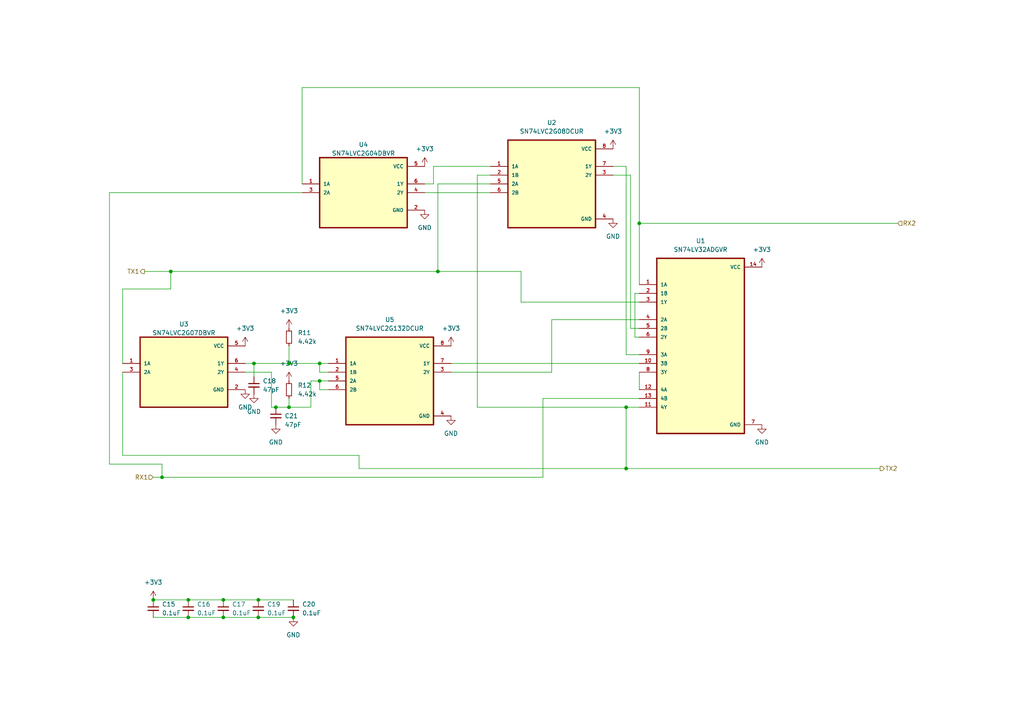
<source format=kicad_sch>
(kicad_sch (version 20230121) (generator eeschema)

  (uuid 68a56713-22f2-4f79-ad08-babf6e4829ff)

  (paper "A4")

  (title_block
    (title "Arbitration")
    (date "2023-03-30")
    (rev "1.0")
  )

  (lib_symbols
    (symbol "Device:C_Small" (pin_numbers hide) (pin_names (offset 0.254) hide) (in_bom yes) (on_board yes)
      (property "Reference" "C" (at 0.254 1.778 0)
        (effects (font (size 1.27 1.27)) (justify left))
      )
      (property "Value" "C_Small" (at 0.254 -2.032 0)
        (effects (font (size 1.27 1.27)) (justify left))
      )
      (property "Footprint" "" (at 0 0 0)
        (effects (font (size 1.27 1.27)) hide)
      )
      (property "Datasheet" "~" (at 0 0 0)
        (effects (font (size 1.27 1.27)) hide)
      )
      (property "ki_keywords" "capacitor cap" (at 0 0 0)
        (effects (font (size 1.27 1.27)) hide)
      )
      (property "ki_description" "Unpolarized capacitor, small symbol" (at 0 0 0)
        (effects (font (size 1.27 1.27)) hide)
      )
      (property "ki_fp_filters" "C_*" (at 0 0 0)
        (effects (font (size 1.27 1.27)) hide)
      )
      (symbol "C_Small_0_1"
        (polyline
          (pts
            (xy -1.524 -0.508)
            (xy 1.524 -0.508)
          )
          (stroke (width 0.3302) (type default))
          (fill (type none))
        )
        (polyline
          (pts
            (xy -1.524 0.508)
            (xy 1.524 0.508)
          )
          (stroke (width 0.3048) (type default))
          (fill (type none))
        )
      )
      (symbol "C_Small_1_1"
        (pin passive line (at 0 2.54 270) (length 2.032)
          (name "~" (effects (font (size 1.27 1.27))))
          (number "1" (effects (font (size 1.27 1.27))))
        )
        (pin passive line (at 0 -2.54 90) (length 2.032)
          (name "~" (effects (font (size 1.27 1.27))))
          (number "2" (effects (font (size 1.27 1.27))))
        )
      )
    )
    (symbol "Device:R_Small" (pin_numbers hide) (pin_names (offset 0.254) hide) (in_bom yes) (on_board yes)
      (property "Reference" "R" (at 0.762 0.508 0)
        (effects (font (size 1.27 1.27)) (justify left))
      )
      (property "Value" "R_Small" (at 0.762 -1.016 0)
        (effects (font (size 1.27 1.27)) (justify left))
      )
      (property "Footprint" "" (at 0 0 0)
        (effects (font (size 1.27 1.27)) hide)
      )
      (property "Datasheet" "~" (at 0 0 0)
        (effects (font (size 1.27 1.27)) hide)
      )
      (property "ki_keywords" "R resistor" (at 0 0 0)
        (effects (font (size 1.27 1.27)) hide)
      )
      (property "ki_description" "Resistor, small symbol" (at 0 0 0)
        (effects (font (size 1.27 1.27)) hide)
      )
      (property "ki_fp_filters" "R_*" (at 0 0 0)
        (effects (font (size 1.27 1.27)) hide)
      )
      (symbol "R_Small_0_1"
        (rectangle (start -0.762 1.778) (end 0.762 -1.778)
          (stroke (width 0.2032) (type default))
          (fill (type none))
        )
      )
      (symbol "R_Small_1_1"
        (pin passive line (at 0 2.54 270) (length 0.762)
          (name "~" (effects (font (size 1.27 1.27))))
          (number "1" (effects (font (size 1.27 1.27))))
        )
        (pin passive line (at 0 -2.54 90) (length 0.762)
          (name "~" (effects (font (size 1.27 1.27))))
          (number "2" (effects (font (size 1.27 1.27))))
        )
      )
    )
    (symbol "iclr:SN74LV32APWR" (pin_names (offset 1.016)) (in_bom yes) (on_board yes)
      (property "Reference" "U" (at -12.7 26.3906 0)
        (effects (font (size 1.27 1.27)) (justify left bottom))
      )
      (property "Value" "SN74LV32APWR" (at -12.7 -29.3878 0)
        (effects (font (size 1.27 1.27)) (justify left bottom))
      )
      (property "Footprint" "SOP65P640X120-14N" (at 0 0 0)
        (effects (font (size 1.27 1.27)) (justify left bottom) hide)
      )
      (property "Datasheet" "" (at 0 0 0)
        (effects (font (size 1.27 1.27)) (justify left bottom) hide)
      )
      (property "ki_locked" "" (at 0 0 0)
        (effects (font (size 1.27 1.27)))
      )
      (symbol "SN74LV32APWR_0_0"
        (rectangle (start -12.7 -25.4) (end 12.7 25.4)
          (stroke (width 0.4064) (type default))
          (fill (type background))
        )
        (pin bidirectional line (at -17.78 17.78 0) (length 5.08)
          (name "1A" (effects (font (size 1.016 1.016))))
          (number "1" (effects (font (size 1.016 1.016))))
        )
        (pin bidirectional line (at -17.78 -5.08 0) (length 5.08)
          (name "3B" (effects (font (size 1.016 1.016))))
          (number "10" (effects (font (size 1.016 1.016))))
        )
        (pin bidirectional line (at -17.78 -17.78 0) (length 5.08)
          (name "4Y" (effects (font (size 1.016 1.016))))
          (number "11" (effects (font (size 1.016 1.016))))
        )
        (pin bidirectional line (at -17.78 -12.7 0) (length 5.08)
          (name "4A" (effects (font (size 1.016 1.016))))
          (number "12" (effects (font (size 1.016 1.016))))
        )
        (pin bidirectional line (at -17.78 -15.24 0) (length 5.08)
          (name "4B" (effects (font (size 1.016 1.016))))
          (number "13" (effects (font (size 1.016 1.016))))
        )
        (pin power_in line (at 17.78 22.86 180) (length 5.08)
          (name "VCC" (effects (font (size 1.016 1.016))))
          (number "14" (effects (font (size 1.016 1.016))))
        )
        (pin bidirectional line (at -17.78 15.24 0) (length 5.08)
          (name "1B" (effects (font (size 1.016 1.016))))
          (number "2" (effects (font (size 1.016 1.016))))
        )
        (pin bidirectional line (at -17.78 12.7 0) (length 5.08)
          (name "1Y" (effects (font (size 1.016 1.016))))
          (number "3" (effects (font (size 1.016 1.016))))
        )
        (pin bidirectional line (at -17.78 7.62 0) (length 5.08)
          (name "2A" (effects (font (size 1.016 1.016))))
          (number "4" (effects (font (size 1.016 1.016))))
        )
        (pin bidirectional line (at -17.78 5.08 0) (length 5.08)
          (name "2B" (effects (font (size 1.016 1.016))))
          (number "5" (effects (font (size 1.016 1.016))))
        )
        (pin bidirectional line (at -17.78 2.54 0) (length 5.08)
          (name "2Y" (effects (font (size 1.016 1.016))))
          (number "6" (effects (font (size 1.016 1.016))))
        )
        (pin power_in line (at 17.78 -22.86 180) (length 5.08)
          (name "GND" (effects (font (size 1.016 1.016))))
          (number "7" (effects (font (size 1.016 1.016))))
        )
        (pin bidirectional line (at -17.78 -7.62 0) (length 5.08)
          (name "3Y" (effects (font (size 1.016 1.016))))
          (number "8" (effects (font (size 1.016 1.016))))
        )
        (pin bidirectional line (at -17.78 -2.54 0) (length 5.08)
          (name "3A" (effects (font (size 1.016 1.016))))
          (number "9" (effects (font (size 1.016 1.016))))
        )
      )
    )
    (symbol "iclr:SN74LVC2G04DBVR" (pin_names (offset 1.016)) (in_bom yes) (on_board yes)
      (property "Reference" "U" (at -12.7 11.1506 0)
        (effects (font (size 1.27 1.27)) (justify left bottom))
      )
      (property "Value" "SN74LVC2G04DBVR" (at -12.7 -14.1478 0)
        (effects (font (size 1.27 1.27)) (justify left bottom))
      )
      (property "Footprint" "SOT95P280X145-6N" (at 0 0 0)
        (effects (font (size 1.27 1.27)) (justify left bottom) hide)
      )
      (property "Datasheet" "" (at 0 0 0)
        (effects (font (size 1.27 1.27)) (justify left bottom) hide)
      )
      (property "ki_locked" "" (at 0 0 0)
        (effects (font (size 1.27 1.27)))
      )
      (symbol "SN74LVC2G04DBVR_0_0"
        (rectangle (start -12.7 -10.16) (end 12.7 10.16)
          (stroke (width 0.4064) (type default))
          (fill (type background))
        )
        (pin input line (at -17.78 2.54 0) (length 5.08)
          (name "1A" (effects (font (size 1.016 1.016))))
          (number "1" (effects (font (size 1.016 1.016))))
        )
        (pin power_in line (at 17.78 -5.08 180) (length 5.08)
          (name "GND" (effects (font (size 1.016 1.016))))
          (number "2" (effects (font (size 1.016 1.016))))
        )
        (pin input line (at -17.78 0 0) (length 5.08)
          (name "2A" (effects (font (size 1.016 1.016))))
          (number "3" (effects (font (size 1.016 1.016))))
        )
        (pin output line (at 17.78 0 180) (length 5.08)
          (name "2Y" (effects (font (size 1.016 1.016))))
          (number "4" (effects (font (size 1.016 1.016))))
        )
        (pin power_in line (at 17.78 7.62 180) (length 5.08)
          (name "VCC" (effects (font (size 1.016 1.016))))
          (number "5" (effects (font (size 1.016 1.016))))
        )
        (pin output line (at 17.78 2.54 180) (length 5.08)
          (name "1Y" (effects (font (size 1.016 1.016))))
          (number "6" (effects (font (size 1.016 1.016))))
        )
      )
    )
    (symbol "iclr:SN74LVC2G07DBVR" (pin_names (offset 1.016)) (in_bom yes) (on_board yes)
      (property "Reference" "U" (at -12.7 11.1506 0)
        (effects (font (size 1.27 1.27)) (justify left bottom))
      )
      (property "Value" "SN74LVC2G07DBVR" (at -12.7 -14.1478 0)
        (effects (font (size 1.27 1.27)) (justify left bottom))
      )
      (property "Footprint" "SOT95P280X145-6N" (at 0 0 0)
        (effects (font (size 1.27 1.27)) (justify left bottom) hide)
      )
      (property "Datasheet" "" (at 0 0 0)
        (effects (font (size 1.27 1.27)) (justify left bottom) hide)
      )
      (property "ki_locked" "" (at 0 0 0)
        (effects (font (size 1.27 1.27)))
      )
      (symbol "SN74LVC2G07DBVR_0_0"
        (rectangle (start -12.7 -10.16) (end 12.7 10.16)
          (stroke (width 0.4064) (type default))
          (fill (type background))
        )
        (pin input line (at -17.78 2.54 0) (length 5.08)
          (name "1A" (effects (font (size 1.016 1.016))))
          (number "1" (effects (font (size 1.016 1.016))))
        )
        (pin power_in line (at 17.78 -5.08 180) (length 5.08)
          (name "GND" (effects (font (size 1.016 1.016))))
          (number "2" (effects (font (size 1.016 1.016))))
        )
        (pin input line (at -17.78 0 0) (length 5.08)
          (name "2A" (effects (font (size 1.016 1.016))))
          (number "3" (effects (font (size 1.016 1.016))))
        )
        (pin output line (at 17.78 0 180) (length 5.08)
          (name "2Y" (effects (font (size 1.016 1.016))))
          (number "4" (effects (font (size 1.016 1.016))))
        )
        (pin power_in line (at 17.78 7.62 180) (length 5.08)
          (name "VCC" (effects (font (size 1.016 1.016))))
          (number "5" (effects (font (size 1.016 1.016))))
        )
        (pin output line (at 17.78 2.54 180) (length 5.08)
          (name "1Y" (effects (font (size 1.016 1.016))))
          (number "6" (effects (font (size 1.016 1.016))))
        )
      )
    )
    (symbol "iclr:SN74LVC2G08DCUR" (pin_names (offset 1.016)) (in_bom yes) (on_board yes)
      (property "Reference" "U" (at -12.7 13.6906 0)
        (effects (font (size 1.27 1.27)) (justify left bottom))
      )
      (property "Value" "SN74LVC2G08DCUR" (at -12.7 -16.6878 0)
        (effects (font (size 1.27 1.27)) (justify left bottom))
      )
      (property "Footprint" "SOP50P310X90-8N" (at -12.7 -19.05 0)
        (effects (font (size 1.27 1.27)) (justify left bottom) hide)
      )
      (property "Datasheet" "" (at 0 0 0)
        (effects (font (size 1.27 1.27)) (justify left bottom) hide)
      )
      (property "ki_locked" "" (at 0 0 0)
        (effects (font (size 1.27 1.27)))
      )
      (symbol "SN74LVC2G08DCUR_0_0"
        (rectangle (start -12.7 -12.7) (end 12.7 12.7)
          (stroke (width 0.4064) (type default))
          (fill (type background))
        )
        (pin input line (at -17.78 5.08 0) (length 5.08)
          (name "1A" (effects (font (size 1.016 1.016))))
          (number "1" (effects (font (size 1.016 1.016))))
        )
        (pin input line (at -17.78 2.54 0) (length 5.08)
          (name "1B" (effects (font (size 1.016 1.016))))
          (number "2" (effects (font (size 1.016 1.016))))
        )
        (pin output line (at 17.78 2.54 180) (length 5.08)
          (name "2Y" (effects (font (size 1.016 1.016))))
          (number "3" (effects (font (size 1.016 1.016))))
        )
        (pin power_in line (at 17.78 -10.16 180) (length 5.08)
          (name "GND" (effects (font (size 1.016 1.016))))
          (number "4" (effects (font (size 1.016 1.016))))
        )
        (pin input line (at -17.78 0 0) (length 5.08)
          (name "2A" (effects (font (size 1.016 1.016))))
          (number "5" (effects (font (size 1.016 1.016))))
        )
        (pin input line (at -17.78 -2.54 0) (length 5.08)
          (name "2B" (effects (font (size 1.016 1.016))))
          (number "6" (effects (font (size 1.016 1.016))))
        )
        (pin output line (at 17.78 5.08 180) (length 5.08)
          (name "1Y" (effects (font (size 1.016 1.016))))
          (number "7" (effects (font (size 1.016 1.016))))
        )
        (pin power_in line (at 17.78 10.16 180) (length 5.08)
          (name "VCC" (effects (font (size 1.016 1.016))))
          (number "8" (effects (font (size 1.016 1.016))))
        )
      )
    )
    (symbol "iclr:SN74LVC2G132DCUR" (pin_names (offset 1.016)) (in_bom yes) (on_board yes)
      (property "Reference" "U" (at -12.7 13.6906 0)
        (effects (font (size 1.27 1.27)) (justify left bottom))
      )
      (property "Value" "SN74LVC2G132DCUR" (at -12.7 -16.6878 0)
        (effects (font (size 1.27 1.27)) (justify left bottom))
      )
      (property "Footprint" "SOP50P310X90-8N" (at 0 0 0)
        (effects (font (size 1.27 1.27)) (justify left bottom) hide)
      )
      (property "Datasheet" "" (at 0 0 0)
        (effects (font (size 1.27 1.27)) (justify left bottom) hide)
      )
      (property "ki_locked" "" (at 0 0 0)
        (effects (font (size 1.27 1.27)))
      )
      (symbol "SN74LVC2G132DCUR_0_0"
        (rectangle (start -12.7 -12.7) (end 12.7 12.7)
          (stroke (width 0.4064) (type default))
          (fill (type background))
        )
        (pin input line (at -17.78 5.08 0) (length 5.08)
          (name "1A" (effects (font (size 1.016 1.016))))
          (number "1" (effects (font (size 1.016 1.016))))
        )
        (pin input line (at -17.78 2.54 0) (length 5.08)
          (name "1B" (effects (font (size 1.016 1.016))))
          (number "2" (effects (font (size 1.016 1.016))))
        )
        (pin output line (at 17.78 2.54 180) (length 5.08)
          (name "2Y" (effects (font (size 1.016 1.016))))
          (number "3" (effects (font (size 1.016 1.016))))
        )
        (pin power_in line (at 17.78 -10.16 180) (length 5.08)
          (name "GND" (effects (font (size 1.016 1.016))))
          (number "4" (effects (font (size 1.016 1.016))))
        )
        (pin input line (at -17.78 0 0) (length 5.08)
          (name "2A" (effects (font (size 1.016 1.016))))
          (number "5" (effects (font (size 1.016 1.016))))
        )
        (pin input line (at -17.78 -2.54 0) (length 5.08)
          (name "2B" (effects (font (size 1.016 1.016))))
          (number "6" (effects (font (size 1.016 1.016))))
        )
        (pin output line (at 17.78 5.08 180) (length 5.08)
          (name "1Y" (effects (font (size 1.016 1.016))))
          (number "7" (effects (font (size 1.016 1.016))))
        )
        (pin power_in line (at 17.78 10.16 180) (length 5.08)
          (name "VCC" (effects (font (size 1.016 1.016))))
          (number "8" (effects (font (size 1.016 1.016))))
        )
      )
    )
    (symbol "power:+3.3V" (power) (pin_names (offset 0)) (in_bom yes) (on_board yes)
      (property "Reference" "#PWR" (at 0 -3.81 0)
        (effects (font (size 1.27 1.27)) hide)
      )
      (property "Value" "+3.3V" (at 0 3.556 0)
        (effects (font (size 1.27 1.27)))
      )
      (property "Footprint" "" (at 0 0 0)
        (effects (font (size 1.27 1.27)) hide)
      )
      (property "Datasheet" "" (at 0 0 0)
        (effects (font (size 1.27 1.27)) hide)
      )
      (property "ki_keywords" "power-flag" (at 0 0 0)
        (effects (font (size 1.27 1.27)) hide)
      )
      (property "ki_description" "Power symbol creates a global label with name \"+3.3V\"" (at 0 0 0)
        (effects (font (size 1.27 1.27)) hide)
      )
      (symbol "+3.3V_0_1"
        (polyline
          (pts
            (xy -0.762 1.27)
            (xy 0 2.54)
          )
          (stroke (width 0) (type default))
          (fill (type none))
        )
        (polyline
          (pts
            (xy 0 0)
            (xy 0 2.54)
          )
          (stroke (width 0) (type default))
          (fill (type none))
        )
        (polyline
          (pts
            (xy 0 2.54)
            (xy 0.762 1.27)
          )
          (stroke (width 0) (type default))
          (fill (type none))
        )
      )
      (symbol "+3.3V_1_1"
        (pin power_in line (at 0 0 90) (length 0) hide
          (name "+3V3" (effects (font (size 1.27 1.27))))
          (number "1" (effects (font (size 1.27 1.27))))
        )
      )
    )
    (symbol "power:GND" (power) (pin_names (offset 0)) (in_bom yes) (on_board yes)
      (property "Reference" "#PWR" (at 0 -6.35 0)
        (effects (font (size 1.27 1.27)) hide)
      )
      (property "Value" "GND" (at 0 -3.81 0)
        (effects (font (size 1.27 1.27)))
      )
      (property "Footprint" "" (at 0 0 0)
        (effects (font (size 1.27 1.27)) hide)
      )
      (property "Datasheet" "" (at 0 0 0)
        (effects (font (size 1.27 1.27)) hide)
      )
      (property "ki_keywords" "power-flag" (at 0 0 0)
        (effects (font (size 1.27 1.27)) hide)
      )
      (property "ki_description" "Power symbol creates a global label with name \"GND\" , ground" (at 0 0 0)
        (effects (font (size 1.27 1.27)) hide)
      )
      (symbol "GND_0_1"
        (polyline
          (pts
            (xy 0 0)
            (xy 0 -1.27)
            (xy 1.27 -1.27)
            (xy 0 -2.54)
            (xy -1.27 -1.27)
            (xy 0 -1.27)
          )
          (stroke (width 0) (type default))
          (fill (type none))
        )
      )
      (symbol "GND_1_1"
        (pin power_in line (at 0 0 270) (length 0) hide
          (name "GND" (effects (font (size 1.27 1.27))))
          (number "1" (effects (font (size 1.27 1.27))))
        )
      )
    )
  )

  (junction (at 181.61 118.11) (diameter 0) (color 0 0 0 0)
    (uuid 03aec50f-fe34-44a7-9dce-c6d8289fdc0e)
  )
  (junction (at 181.61 135.89) (diameter 0) (color 0 0 0 0)
    (uuid 0a5992e7-4343-408b-bf65-6d30104a9e33)
  )
  (junction (at 83.82 105.41) (diameter 0) (color 0 0 0 0)
    (uuid 0d16b058-83a7-415d-9b6b-2bf2c4edd028)
  )
  (junction (at 49.53 78.74) (diameter 0) (color 0 0 0 0)
    (uuid 14e2b393-392b-4172-862a-660d0ce475ae)
  )
  (junction (at 54.61 173.99) (diameter 0) (color 0 0 0 0)
    (uuid 1e9e1b1d-1e32-424a-be80-bcace20eb032)
  )
  (junction (at 74.93 173.99) (diameter 0) (color 0 0 0 0)
    (uuid 2206f756-c23c-471a-ad37-c838879f0e10)
  )
  (junction (at 83.82 118.11) (diameter 0) (color 0 0 0 0)
    (uuid 29bcb950-239c-4c78-9e5b-4081846b48ef)
  )
  (junction (at 64.77 179.07) (diameter 0) (color 0 0 0 0)
    (uuid 2c2abe16-fd16-48d4-900b-a20803dd77d9)
  )
  (junction (at 85.09 179.07) (diameter 0) (color 0 0 0 0)
    (uuid 355532ec-e88b-488f-b2f1-4b36cba84f7e)
  )
  (junction (at 64.77 173.99) (diameter 0) (color 0 0 0 0)
    (uuid 3c86ff32-b1da-49e0-a889-969433918b8f)
  )
  (junction (at 54.61 179.07) (diameter 0) (color 0 0 0 0)
    (uuid 44db59a1-a2a6-4c54-96fa-8b27fe0ca457)
  )
  (junction (at 74.93 179.07) (diameter 0) (color 0 0 0 0)
    (uuid 464cc5e3-7bd6-4b5d-808f-707391dc5a10)
  )
  (junction (at 80.01 118.11) (diameter 0) (color 0 0 0 0)
    (uuid 4ebde7d9-0160-44a7-b623-8a6e5fc6b597)
  )
  (junction (at 92.71 105.41) (diameter 0) (color 0 0 0 0)
    (uuid 5d44156e-2c4e-44e4-84e2-b757f4843d33)
  )
  (junction (at 185.42 64.77) (diameter 0) (color 0 0 0 0)
    (uuid 7155bb71-73f7-4e82-b536-e51ecda74012)
  )
  (junction (at 73.66 105.41) (diameter 0) (color 0 0 0 0)
    (uuid 74023df1-922b-4919-b29c-4b57d5a8d02b)
  )
  (junction (at 127 78.74) (diameter 0) (color 0 0 0 0)
    (uuid 88f4ebe1-c13d-4141-8a61-10326161120d)
  )
  (junction (at 44.45 173.99) (diameter 0) (color 0 0 0 0)
    (uuid cce416ff-081b-47f5-922d-12bd97d4e11e)
  )
  (junction (at 46.99 138.43) (diameter 0) (color 0 0 0 0)
    (uuid d6f397e2-2467-4c47-b56c-b54951e4ecc8)
  )
  (junction (at 92.71 110.49) (diameter 0) (color 0 0 0 0)
    (uuid fe03a7b0-eb27-4f22-9f09-86f47bbaf420)
  )

  (wire (pts (xy 185.42 107.95) (xy 185.42 113.03))
    (stroke (width 0) (type default))
    (uuid 01537af8-d717-4e2a-8bec-a1e2ea815a52)
  )
  (wire (pts (xy 78.74 107.95) (xy 78.74 118.11))
    (stroke (width 0) (type default))
    (uuid 04d03ccf-6e6f-4d43-a83e-94fe926e3ae5)
  )
  (wire (pts (xy 127 78.74) (xy 151.13 78.74))
    (stroke (width 0) (type default))
    (uuid 0b52f11f-9559-4161-8b2d-8b6ff85498e3)
  )
  (wire (pts (xy 181.61 48.26) (xy 181.61 102.87))
    (stroke (width 0) (type default))
    (uuid 0b7fb007-b1f4-4028-9465-53ecf88aefd8)
  )
  (wire (pts (xy 92.71 110.49) (xy 92.71 113.03))
    (stroke (width 0) (type default))
    (uuid 0c165400-eb6c-4118-ab8e-007e744df6a4)
  )
  (wire (pts (xy 83.82 100.33) (xy 83.82 105.41))
    (stroke (width 0) (type default))
    (uuid 1480a9a3-c3c2-4fda-8038-6c56aae43ba7)
  )
  (wire (pts (xy 185.42 25.4) (xy 185.42 64.77))
    (stroke (width 0) (type default))
    (uuid 1884f2f9-9e99-47f6-93fc-eb470929f9c8)
  )
  (wire (pts (xy 87.63 25.4) (xy 87.63 53.34))
    (stroke (width 0) (type default))
    (uuid 194b0ade-ce32-4140-a6a5-8f09966950c8)
  )
  (wire (pts (xy 83.82 105.41) (xy 92.71 105.41))
    (stroke (width 0) (type default))
    (uuid 1afb1510-6546-4eda-b53d-41a1dcb16199)
  )
  (wire (pts (xy 123.19 55.88) (xy 142.24 55.88))
    (stroke (width 0) (type default))
    (uuid 1b46f820-b16e-4523-8aca-53b9b475bba9)
  )
  (wire (pts (xy 90.17 110.49) (xy 92.71 110.49))
    (stroke (width 0) (type default))
    (uuid 1e0ec13d-c070-401d-8a33-9e1ff922fa73)
  )
  (wire (pts (xy 181.61 135.89) (xy 104.14 135.89))
    (stroke (width 0) (type default))
    (uuid 20d528ca-241d-46d4-8803-f2ad81e612cd)
  )
  (wire (pts (xy 95.25 107.95) (xy 92.71 107.95))
    (stroke (width 0) (type default))
    (uuid 223b04e8-40ea-4e7c-a2bb-67f20935b256)
  )
  (wire (pts (xy 73.66 105.41) (xy 83.82 105.41))
    (stroke (width 0) (type default))
    (uuid 2408f6ea-b531-479f-8819-1021bb968256)
  )
  (wire (pts (xy 87.63 55.88) (xy 31.75 55.88))
    (stroke (width 0) (type default))
    (uuid 2e6d7c0b-3348-4ac6-a801-ac1eeec4e3e1)
  )
  (wire (pts (xy 44.45 173.99) (xy 54.61 173.99))
    (stroke (width 0) (type default))
    (uuid 2e77fa41-b5dc-4a74-954c-9bdc6baab0af)
  )
  (wire (pts (xy 182.88 50.8) (xy 182.88 95.25))
    (stroke (width 0) (type default))
    (uuid 2efdf569-c49d-42c9-9de2-842d3475a171)
  )
  (wire (pts (xy 142.24 50.8) (xy 138.43 50.8))
    (stroke (width 0) (type default))
    (uuid 3af74145-a542-446c-8c77-334375382d81)
  )
  (wire (pts (xy 54.61 179.07) (xy 64.77 179.07))
    (stroke (width 0) (type default))
    (uuid 3d32878f-640a-40ff-9277-c886afdc7eec)
  )
  (wire (pts (xy 74.93 179.07) (xy 85.09 179.07))
    (stroke (width 0) (type default))
    (uuid 3d3b24f7-f9be-439f-ae35-ea12ea92e673)
  )
  (wire (pts (xy 31.75 134.62) (xy 46.99 134.62))
    (stroke (width 0) (type default))
    (uuid 3d81a5a1-5da3-4489-9a8a-aaab311fb21f)
  )
  (wire (pts (xy 46.99 134.62) (xy 46.99 138.43))
    (stroke (width 0) (type default))
    (uuid 42f98b30-e0a1-4348-a366-4cf3b9c55073)
  )
  (wire (pts (xy 151.13 87.63) (xy 185.42 87.63))
    (stroke (width 0) (type default))
    (uuid 4509af53-43b5-4316-9a9b-37470cf88277)
  )
  (wire (pts (xy 44.45 179.07) (xy 54.61 179.07))
    (stroke (width 0) (type default))
    (uuid 482967d6-e411-408e-9e65-fc26c6781bae)
  )
  (wire (pts (xy 92.71 107.95) (xy 92.71 105.41))
    (stroke (width 0) (type default))
    (uuid 48d65fc0-1ac1-44ba-b582-d13616a53f5f)
  )
  (wire (pts (xy 92.71 110.49) (xy 95.25 110.49))
    (stroke (width 0) (type default))
    (uuid 4a80caec-2a8c-495d-b6e3-4ecdccad1473)
  )
  (wire (pts (xy 125.73 48.26) (xy 142.24 48.26))
    (stroke (width 0) (type default))
    (uuid 4f1575cd-9df7-4a9a-947e-1c51a3365db8)
  )
  (wire (pts (xy 104.14 132.08) (xy 35.56 132.08))
    (stroke (width 0) (type default))
    (uuid 5b2a9b8d-cf01-4d64-be21-3660ab4781bc)
  )
  (wire (pts (xy 74.93 173.99) (xy 85.09 173.99))
    (stroke (width 0) (type default))
    (uuid 5cf911a8-59cd-4e14-b00e-efd585759a97)
  )
  (wire (pts (xy 64.77 179.07) (xy 74.93 179.07))
    (stroke (width 0) (type default))
    (uuid 63ad96d3-948b-4621-8db3-66b6aca84227)
  )
  (wire (pts (xy 54.61 173.99) (xy 64.77 173.99))
    (stroke (width 0) (type default))
    (uuid 6badf3bd-7cb9-48a5-9fc9-7e87b5fcd14b)
  )
  (wire (pts (xy 138.43 50.8) (xy 138.43 118.11))
    (stroke (width 0) (type default))
    (uuid 7281335f-b70f-437c-818b-9f20564b0909)
  )
  (wire (pts (xy 260.35 64.77) (xy 185.42 64.77))
    (stroke (width 0) (type default))
    (uuid 7640d25f-05ed-4687-8337-39b6f1e8f871)
  )
  (wire (pts (xy 127 53.34) (xy 142.24 53.34))
    (stroke (width 0) (type default))
    (uuid 79229858-6cc5-4a26-b93f-43855588aeb7)
  )
  (wire (pts (xy 92.71 113.03) (xy 95.25 113.03))
    (stroke (width 0) (type default))
    (uuid 81d95dfa-5a54-44fc-a0af-23e4ea198ade)
  )
  (wire (pts (xy 78.74 118.11) (xy 80.01 118.11))
    (stroke (width 0) (type default))
    (uuid 8581f33f-d3a1-458a-99a8-34fcffb3b4e2)
  )
  (wire (pts (xy 104.14 135.89) (xy 104.14 132.08))
    (stroke (width 0) (type default))
    (uuid 88123e2e-d771-44e6-b8d7-d28e8cb0291b)
  )
  (wire (pts (xy 83.82 118.11) (xy 90.17 118.11))
    (stroke (width 0) (type default))
    (uuid 88d60738-99aa-4be6-a83c-86c1cbaee8e7)
  )
  (wire (pts (xy 90.17 118.11) (xy 90.17 110.49))
    (stroke (width 0) (type default))
    (uuid 8a3a357d-2783-4778-b6c9-f7a2b388a72d)
  )
  (wire (pts (xy 138.43 118.11) (xy 181.61 118.11))
    (stroke (width 0) (type default))
    (uuid 91a5b237-82c1-41e2-995e-82253f850a6f)
  )
  (wire (pts (xy 185.42 64.77) (xy 185.42 82.55))
    (stroke (width 0) (type default))
    (uuid 945d47af-d960-4b3b-a74a-4317c9add362)
  )
  (wire (pts (xy 49.53 83.82) (xy 49.53 78.74))
    (stroke (width 0) (type default))
    (uuid 97291bb5-2d50-49b9-9181-c1fd6d0b6078)
  )
  (wire (pts (xy 41.91 78.74) (xy 49.53 78.74))
    (stroke (width 0) (type default))
    (uuid 974da820-1edb-429a-84be-9bf691d43681)
  )
  (wire (pts (xy 157.48 115.57) (xy 185.42 115.57))
    (stroke (width 0) (type default))
    (uuid 992e15d5-9467-4fef-be89-76fc15fe247f)
  )
  (wire (pts (xy 35.56 132.08) (xy 35.56 107.95))
    (stroke (width 0) (type default))
    (uuid 9c7f22b6-31c3-485e-9ad4-60d3281b7711)
  )
  (wire (pts (xy 157.48 138.43) (xy 157.48 115.57))
    (stroke (width 0) (type default))
    (uuid 9ca474e3-ff0b-4b11-b8ae-712e1173b8c2)
  )
  (wire (pts (xy 182.88 95.25) (xy 185.42 95.25))
    (stroke (width 0) (type default))
    (uuid a3ba81ae-7e23-41ce-88a5-8bf0b3d68ca8)
  )
  (wire (pts (xy 35.56 105.41) (xy 35.56 83.82))
    (stroke (width 0) (type default))
    (uuid a560a7bf-aee6-4c97-9be0-9a09a5a9bff2)
  )
  (wire (pts (xy 64.77 173.99) (xy 74.93 173.99))
    (stroke (width 0) (type default))
    (uuid a763ff6d-e22f-404a-aeee-7906f16f2910)
  )
  (wire (pts (xy 71.12 105.41) (xy 73.66 105.41))
    (stroke (width 0) (type default))
    (uuid a7b17c5f-1e3f-439b-9e99-390c3e62c286)
  )
  (wire (pts (xy 160.02 92.71) (xy 185.42 92.71))
    (stroke (width 0) (type default))
    (uuid a936a5ec-fca6-49be-8e84-57eec2059aaf)
  )
  (wire (pts (xy 151.13 78.74) (xy 151.13 87.63))
    (stroke (width 0) (type default))
    (uuid b16bcf26-c2b5-4c1e-a018-18cd2b334f79)
  )
  (wire (pts (xy 87.63 25.4) (xy 185.42 25.4))
    (stroke (width 0) (type default))
    (uuid b28bb2d9-caca-4dc9-89d7-4f2fa2696164)
  )
  (wire (pts (xy 181.61 118.11) (xy 185.42 118.11))
    (stroke (width 0) (type default))
    (uuid b3cfe0cb-6830-4559-af79-05c08e567279)
  )
  (wire (pts (xy 177.8 48.26) (xy 181.61 48.26))
    (stroke (width 0) (type default))
    (uuid b7a9f81b-cd7b-4966-b0d0-2bf124b0ba50)
  )
  (wire (pts (xy 49.53 78.74) (xy 127 78.74))
    (stroke (width 0) (type default))
    (uuid bd9f3105-3826-41c7-ac5d-ccbcbaee9cf3)
  )
  (wire (pts (xy 130.81 105.41) (xy 185.42 105.41))
    (stroke (width 0) (type default))
    (uuid c21ffed3-2026-4fa1-ad79-ce701b2f2e50)
  )
  (wire (pts (xy 184.15 85.09) (xy 185.42 85.09))
    (stroke (width 0) (type default))
    (uuid c391d7d6-57b7-4c2e-8f4e-a21dbe1660a3)
  )
  (wire (pts (xy 46.99 138.43) (xy 157.48 138.43))
    (stroke (width 0) (type default))
    (uuid c58a8dc8-e7c5-4e42-909d-9c4d4d6d8e73)
  )
  (wire (pts (xy 83.82 118.11) (xy 80.01 118.11))
    (stroke (width 0) (type default))
    (uuid ce7c4280-372b-4b2f-8f0c-5226fb4b05f6)
  )
  (wire (pts (xy 44.45 138.43) (xy 46.99 138.43))
    (stroke (width 0) (type default))
    (uuid cf2d3b96-f227-4532-9bc7-49c47254687c)
  )
  (wire (pts (xy 185.42 97.79) (xy 184.15 97.79))
    (stroke (width 0) (type default))
    (uuid cf4c9197-1709-4852-b5d6-76ff56cc8a9e)
  )
  (wire (pts (xy 35.56 83.82) (xy 49.53 83.82))
    (stroke (width 0) (type default))
    (uuid cfb267e6-e203-41d2-a7f0-9729dc7b365c)
  )
  (wire (pts (xy 83.82 115.57) (xy 83.82 118.11))
    (stroke (width 0) (type default))
    (uuid d0f09085-e233-427d-ba25-3179c165a67e)
  )
  (wire (pts (xy 184.15 97.79) (xy 184.15 85.09))
    (stroke (width 0) (type default))
    (uuid d2b7ede2-a4b6-4544-b72f-2265f1094365)
  )
  (wire (pts (xy 177.8 50.8) (xy 182.88 50.8))
    (stroke (width 0) (type default))
    (uuid d5587fc8-e06f-4888-ba0e-c7c02fd2fa18)
  )
  (wire (pts (xy 181.61 102.87) (xy 185.42 102.87))
    (stroke (width 0) (type default))
    (uuid d693cdca-e9fe-4bf7-8f21-199804d7ccc9)
  )
  (wire (pts (xy 160.02 107.95) (xy 160.02 92.71))
    (stroke (width 0) (type default))
    (uuid da07ae7b-f04d-46f4-a6e7-a1a3f90ea46b)
  )
  (wire (pts (xy 92.71 105.41) (xy 95.25 105.41))
    (stroke (width 0) (type default))
    (uuid dbf7b86a-36ae-4b83-a0ea-49fb286de945)
  )
  (wire (pts (xy 31.75 55.88) (xy 31.75 134.62))
    (stroke (width 0) (type default))
    (uuid df317497-d487-47fb-a8b9-5205e4fdd6cb)
  )
  (wire (pts (xy 130.81 107.95) (xy 160.02 107.95))
    (stroke (width 0) (type default))
    (uuid e2d40585-1fe4-4d90-813c-c45146df6bc1)
  )
  (wire (pts (xy 123.19 53.34) (xy 125.73 53.34))
    (stroke (width 0) (type default))
    (uuid e4c2f325-c684-4a63-aa38-a16b6b731e64)
  )
  (wire (pts (xy 71.12 107.95) (xy 78.74 107.95))
    (stroke (width 0) (type default))
    (uuid e705ce28-d3cb-4188-a02c-618e5666a30d)
  )
  (wire (pts (xy 127 78.74) (xy 127 53.34))
    (stroke (width 0) (type default))
    (uuid e8731543-29b7-4c22-8d07-4056815d388b)
  )
  (wire (pts (xy 181.61 118.11) (xy 181.61 135.89))
    (stroke (width 0) (type default))
    (uuid ee2e3906-815b-417a-b8bc-166739ece37a)
  )
  (wire (pts (xy 73.66 105.41) (xy 73.66 109.22))
    (stroke (width 0) (type default))
    (uuid f472d64b-b0b6-44d9-93fd-9ace698920f6)
  )
  (wire (pts (xy 181.61 135.89) (xy 255.27 135.89))
    (stroke (width 0) (type default))
    (uuid f5dd4a6d-8f81-458a-9712-e75bd5fcb3b5)
  )
  (wire (pts (xy 125.73 53.34) (xy 125.73 48.26))
    (stroke (width 0) (type default))
    (uuid fd8c0cbf-15bb-4922-aca6-f8e02e744c03)
  )

  (hierarchical_label "TX1" (shape output) (at 41.91 78.74 180) (fields_autoplaced)
    (effects (font (size 1.27 1.27)) (justify right))
    (uuid 29542bd9-09da-408c-af9c-3a12ada58e7d)
  )
  (hierarchical_label "TX2" (shape output) (at 255.27 135.89 0) (fields_autoplaced)
    (effects (font (size 1.27 1.27)) (justify left))
    (uuid 4c04b357-5a40-40e5-83d0-da110aaa6b66)
  )
  (hierarchical_label "RX1" (shape input) (at 44.45 138.43 180) (fields_autoplaced)
    (effects (font (size 1.27 1.27)) (justify right))
    (uuid 9fc9130c-106c-4266-9d03-e9f8f67f32fc)
  )
  (hierarchical_label "RX2" (shape input) (at 260.35 64.77 0) (fields_autoplaced)
    (effects (font (size 1.27 1.27)) (justify left))
    (uuid f58070a6-00df-4244-8883-326904a3283a)
  )

  (symbol (lib_id "power:GND") (at 177.8 63.5 0) (unit 1)
    (in_bom yes) (on_board yes) (dnp no) (fields_autoplaced)
    (uuid 01193c5b-eed9-4a79-b312-701f4f08bac3)
    (property "Reference" "#PWR0131" (at 177.8 69.85 0)
      (effects (font (size 1.27 1.27)) hide)
    )
    (property "Value" "GND" (at 177.8 68.58 0)
      (effects (font (size 1.27 1.27)))
    )
    (property "Footprint" "" (at 177.8 63.5 0)
      (effects (font (size 1.27 1.27)) hide)
    )
    (property "Datasheet" "" (at 177.8 63.5 0)
      (effects (font (size 1.27 1.27)) hide)
    )
    (pin "1" (uuid b5ad719b-95d5-4cac-a616-2b7dd04c6bba))
    (instances
      (project "CANRepIso"
        (path "/e63e39d7-6ac0-4ffd-8aa3-1841a4541b55/064551d8-cdc6-4bdc-927e-17ec5c5b634c"
          (reference "#PWR0131") (unit 1)
        )
      )
    )
  )

  (symbol (lib_id "power:+3.3V") (at 177.8 43.18 0) (unit 1)
    (in_bom yes) (on_board yes) (dnp no) (fields_autoplaced)
    (uuid 035ea0ca-09f0-47d6-8803-a4d3d340ae9a)
    (property "Reference" "#PWR0133" (at 177.8 46.99 0)
      (effects (font (size 1.27 1.27)) hide)
    )
    (property "Value" "+3.3V" (at 177.8 38.1 0)
      (effects (font (size 1.27 1.27)))
    )
    (property "Footprint" "" (at 177.8 43.18 0)
      (effects (font (size 1.27 1.27)) hide)
    )
    (property "Datasheet" "" (at 177.8 43.18 0)
      (effects (font (size 1.27 1.27)) hide)
    )
    (pin "1" (uuid 1aa4f967-ebce-4cff-ba61-dae1675d4850))
    (instances
      (project "CANRepIso"
        (path "/e63e39d7-6ac0-4ffd-8aa3-1841a4541b55/064551d8-cdc6-4bdc-927e-17ec5c5b634c"
          (reference "#PWR0133") (unit 1)
        )
      )
    )
  )

  (symbol (lib_id "power:GND") (at 130.81 120.65 0) (unit 1)
    (in_bom yes) (on_board yes) (dnp no) (fields_autoplaced)
    (uuid 0cbd8c85-71c6-41f5-9331-d4276753fb4a)
    (property "Reference" "#PWR0129" (at 130.81 127 0)
      (effects (font (size 1.27 1.27)) hide)
    )
    (property "Value" "GND" (at 130.81 125.73 0)
      (effects (font (size 1.27 1.27)))
    )
    (property "Footprint" "" (at 130.81 120.65 0)
      (effects (font (size 1.27 1.27)) hide)
    )
    (property "Datasheet" "" (at 130.81 120.65 0)
      (effects (font (size 1.27 1.27)) hide)
    )
    (pin "1" (uuid 39624ef4-4e4a-4003-b785-64e7147f74ad))
    (instances
      (project "CANRepIso"
        (path "/e63e39d7-6ac0-4ffd-8aa3-1841a4541b55/064551d8-cdc6-4bdc-927e-17ec5c5b634c"
          (reference "#PWR0129") (unit 1)
        )
      )
    )
  )

  (symbol (lib_id "power:+3.3V") (at 83.82 95.25 0) (unit 1)
    (in_bom yes) (on_board yes) (dnp no) (fields_autoplaced)
    (uuid 128f895e-c5fb-4e70-b1e6-213bf4fd4522)
    (property "Reference" "#PWR0130" (at 83.82 99.06 0)
      (effects (font (size 1.27 1.27)) hide)
    )
    (property "Value" "+3.3V" (at 83.82 90.17 0)
      (effects (font (size 1.27 1.27)))
    )
    (property "Footprint" "" (at 83.82 95.25 0)
      (effects (font (size 1.27 1.27)) hide)
    )
    (property "Datasheet" "" (at 83.82 95.25 0)
      (effects (font (size 1.27 1.27)) hide)
    )
    (pin "1" (uuid a3d4cb0f-d247-44c5-a902-905c34f8fce4))
    (instances
      (project "CANRepIso"
        (path "/e63e39d7-6ac0-4ffd-8aa3-1841a4541b55/064551d8-cdc6-4bdc-927e-17ec5c5b634c"
          (reference "#PWR0130") (unit 1)
        )
      )
    )
  )

  (symbol (lib_id "Device:C_Small") (at 85.09 176.53 0) (unit 1)
    (in_bom yes) (on_board yes) (dnp no) (fields_autoplaced)
    (uuid 13b5c201-506a-47f6-84db-68106a1d1072)
    (property "Reference" "C20" (at 87.63 175.2662 0)
      (effects (font (size 1.27 1.27)) (justify left))
    )
    (property "Value" "0.1uF" (at 87.63 177.8062 0)
      (effects (font (size 1.27 1.27)) (justify left))
    )
    (property "Footprint" "Capacitor_SMD:C_0402_1005Metric" (at 85.09 176.53 0)
      (effects (font (size 1.27 1.27)) hide)
    )
    (property "Datasheet" "~" (at 85.09 176.53 0)
      (effects (font (size 1.27 1.27)) hide)
    )
    (pin "1" (uuid 9be08a7f-21f0-4f09-979f-fc4d242ebb25))
    (pin "2" (uuid 5d498141-77e1-4c97-ae37-f59afd440b09))
    (instances
      (project "CANRepIso"
        (path "/e63e39d7-6ac0-4ffd-8aa3-1841a4541b55/064551d8-cdc6-4bdc-927e-17ec5c5b634c"
          (reference "C20") (unit 1)
        )
      )
    )
  )

  (symbol (lib_id "power:+3.3V") (at 130.81 100.33 0) (unit 1)
    (in_bom yes) (on_board yes) (dnp no) (fields_autoplaced)
    (uuid 16c7f07c-9aba-4d92-a67b-ae9923498bec)
    (property "Reference" "#PWR0127" (at 130.81 104.14 0)
      (effects (font (size 1.27 1.27)) hide)
    )
    (property "Value" "+3.3V" (at 130.81 95.25 0)
      (effects (font (size 1.27 1.27)))
    )
    (property "Footprint" "" (at 130.81 100.33 0)
      (effects (font (size 1.27 1.27)) hide)
    )
    (property "Datasheet" "" (at 130.81 100.33 0)
      (effects (font (size 1.27 1.27)) hide)
    )
    (pin "1" (uuid f1a3f831-bb64-4402-9c7a-041f5db42879))
    (instances
      (project "CANRepIso"
        (path "/e63e39d7-6ac0-4ffd-8aa3-1841a4541b55/064551d8-cdc6-4bdc-927e-17ec5c5b634c"
          (reference "#PWR0127") (unit 1)
        )
      )
    )
  )

  (symbol (lib_id "iclr:SN74LV32APWR") (at 203.2 100.33 0) (unit 1)
    (in_bom yes) (on_board yes) (dnp no)
    (uuid 17630472-d25a-4dd5-80e1-b8d1cb58fea6)
    (property "Reference" "U1" (at 203.2 69.85 0)
      (effects (font (size 1.27 1.27)))
    )
    (property "Value" "SN74LV32ADGVR" (at 203.2 72.3869 0)
      (effects (font (size 1.27 1.27)))
    )
    (property "Footprint" "iclr:SOP40P640X120-14N" (at 203.2 100.33 0)
      (effects (font (size 1.27 1.27)) (justify left bottom) hide)
    )
    (property "Datasheet" "" (at 203.2 100.33 0)
      (effects (font (size 1.27 1.27)) (justify left bottom) hide)
    )
    (pin "1" (uuid 5a545b35-7bdf-47e6-a456-430566d693dd))
    (pin "10" (uuid 17eaf7ab-a300-442a-8ee0-2bd59c9511fb))
    (pin "11" (uuid 5156448e-0bf9-4ae8-a942-496877ab9e3f))
    (pin "12" (uuid 2eddbc7c-92bb-4b5a-b2b9-3ee1da0c92f7))
    (pin "13" (uuid e21c3568-b1a1-45b7-8ff2-d3a87b7d6b6c))
    (pin "14" (uuid ecc7d787-469f-4cb5-a9fd-3e221deab42b))
    (pin "2" (uuid 540cab02-374c-4707-aa29-8c6842806de4))
    (pin "3" (uuid b413a2e9-a280-422b-8e6e-7304a8d8ad3b))
    (pin "4" (uuid e44f6672-d08d-4072-9ece-ae2657f35465))
    (pin "5" (uuid 5197ce6c-bed1-40a0-8915-a6417c2848cb))
    (pin "6" (uuid d802a285-ad69-40d1-a642-aa1d31fbc3e3))
    (pin "7" (uuid 8f391acc-9832-4d65-80b1-6b0c7082d3c8))
    (pin "8" (uuid 0c751d67-0ea2-4ca6-8329-bf5665f5cfe3))
    (pin "9" (uuid c06c33ac-ba55-4c39-8c2d-384ab49db47d))
    (instances
      (project "CANRepIso"
        (path "/e63e39d7-6ac0-4ffd-8aa3-1841a4541b55/064551d8-cdc6-4bdc-927e-17ec5c5b634c"
          (reference "U1") (unit 1)
        )
      )
    )
  )

  (symbol (lib_id "iclr:SN74LVC2G04DBVR") (at 105.41 55.88 0) (unit 1)
    (in_bom yes) (on_board yes) (dnp no) (fields_autoplaced)
    (uuid 1bcbfa58-94d9-4973-9700-59776862f05f)
    (property "Reference" "U4" (at 105.41 41.944 0)
      (effects (font (size 1.27 1.27)))
    )
    (property "Value" "SN74LVC2G04DBVR" (at 105.41 44.4809 0)
      (effects (font (size 1.27 1.27)))
    )
    (property "Footprint" "iclr:SOT95P280X145-6N" (at 105.41 55.88 0)
      (effects (font (size 1.27 1.27)) (justify left bottom) hide)
    )
    (property "Datasheet" "" (at 105.41 55.88 0)
      (effects (font (size 1.27 1.27)) (justify left bottom) hide)
    )
    (pin "1" (uuid d990196c-d7b5-43a4-8546-68f25dcd85db))
    (pin "2" (uuid f8bcad31-aeba-42ef-8be2-df3ff6c86a58))
    (pin "3" (uuid 704bcad2-97b5-4e22-aae3-e5c59d86b1b1))
    (pin "4" (uuid 69eb10a6-122e-44b2-bb1f-52ab92ca2499))
    (pin "5" (uuid d4e05de6-5635-4386-a24a-8701b66b0287))
    (pin "6" (uuid 98544d33-9fa7-4bec-9d48-49d97a6dc192))
    (instances
      (project "CANRepIso"
        (path "/e63e39d7-6ac0-4ffd-8aa3-1841a4541b55/064551d8-cdc6-4bdc-927e-17ec5c5b634c"
          (reference "U4") (unit 1)
        )
      )
    )
  )

  (symbol (lib_id "power:GND") (at 220.98 123.19 0) (unit 1)
    (in_bom yes) (on_board yes) (dnp no) (fields_autoplaced)
    (uuid 28935a43-df9f-4fd5-8ccd-631fe90944aa)
    (property "Reference" "#PWR0144" (at 220.98 129.54 0)
      (effects (font (size 1.27 1.27)) hide)
    )
    (property "Value" "GND" (at 220.98 128.27 0)
      (effects (font (size 1.27 1.27)))
    )
    (property "Footprint" "" (at 220.98 123.19 0)
      (effects (font (size 1.27 1.27)) hide)
    )
    (property "Datasheet" "" (at 220.98 123.19 0)
      (effects (font (size 1.27 1.27)) hide)
    )
    (pin "1" (uuid b87443d6-c81f-4b3e-9ecc-07ff5d1c3a78))
    (instances
      (project "CANRepIso"
        (path "/e63e39d7-6ac0-4ffd-8aa3-1841a4541b55/064551d8-cdc6-4bdc-927e-17ec5c5b634c"
          (reference "#PWR0144") (unit 1)
        )
      )
    )
  )

  (symbol (lib_id "Device:C_Small") (at 64.77 176.53 0) (unit 1)
    (in_bom yes) (on_board yes) (dnp no) (fields_autoplaced)
    (uuid 39814a4c-4d9f-4965-9199-d9d2668e8c46)
    (property "Reference" "C17" (at 67.31 175.2662 0)
      (effects (font (size 1.27 1.27)) (justify left))
    )
    (property "Value" "0.1uF" (at 67.31 177.8062 0)
      (effects (font (size 1.27 1.27)) (justify left))
    )
    (property "Footprint" "Capacitor_SMD:C_0402_1005Metric" (at 64.77 176.53 0)
      (effects (font (size 1.27 1.27)) hide)
    )
    (property "Datasheet" "~" (at 64.77 176.53 0)
      (effects (font (size 1.27 1.27)) hide)
    )
    (pin "1" (uuid 4c6fc082-1129-4df1-96d1-802a91ca0307))
    (pin "2" (uuid 3e2029d4-977c-491f-9bbb-e7dc1221e712))
    (instances
      (project "CANRepIso"
        (path "/e63e39d7-6ac0-4ffd-8aa3-1841a4541b55/064551d8-cdc6-4bdc-927e-17ec5c5b634c"
          (reference "C17") (unit 1)
        )
      )
    )
  )

  (symbol (lib_id "power:+3.3V") (at 123.19 48.26 0) (unit 1)
    (in_bom yes) (on_board yes) (dnp no) (fields_autoplaced)
    (uuid 3c53ee29-5745-46b3-b326-94b8d1b8fd28)
    (property "Reference" "#PWR0132" (at 123.19 52.07 0)
      (effects (font (size 1.27 1.27)) hide)
    )
    (property "Value" "+3.3V" (at 123.19 43.18 0)
      (effects (font (size 1.27 1.27)))
    )
    (property "Footprint" "" (at 123.19 48.26 0)
      (effects (font (size 1.27 1.27)) hide)
    )
    (property "Datasheet" "" (at 123.19 48.26 0)
      (effects (font (size 1.27 1.27)) hide)
    )
    (pin "1" (uuid 774f2e70-13b6-48f8-90f2-9b0c59e7938b))
    (instances
      (project "CANRepIso"
        (path "/e63e39d7-6ac0-4ffd-8aa3-1841a4541b55/064551d8-cdc6-4bdc-927e-17ec5c5b634c"
          (reference "#PWR0132") (unit 1)
        )
      )
    )
  )

  (symbol (lib_id "Device:C_Small") (at 44.45 176.53 0) (unit 1)
    (in_bom yes) (on_board yes) (dnp no) (fields_autoplaced)
    (uuid 47754488-9d80-45e8-9be8-344ebcbc5e50)
    (property "Reference" "C15" (at 46.99 175.2662 0)
      (effects (font (size 1.27 1.27)) (justify left))
    )
    (property "Value" "0.1uF" (at 46.99 177.8062 0)
      (effects (font (size 1.27 1.27)) (justify left))
    )
    (property "Footprint" "Capacitor_SMD:C_0402_1005Metric" (at 44.45 176.53 0)
      (effects (font (size 1.27 1.27)) hide)
    )
    (property "Datasheet" "~" (at 44.45 176.53 0)
      (effects (font (size 1.27 1.27)) hide)
    )
    (pin "1" (uuid d9a92d02-da1c-4a76-8928-4a59bacd4c18))
    (pin "2" (uuid 28c64afb-e641-4dc1-9f0d-0d27e38b20f6))
    (instances
      (project "CANRepIso"
        (path "/e63e39d7-6ac0-4ffd-8aa3-1841a4541b55/064551d8-cdc6-4bdc-927e-17ec5c5b634c"
          (reference "C15") (unit 1)
        )
      )
    )
  )

  (symbol (lib_id "Device:C_Small") (at 54.61 176.53 0) (unit 1)
    (in_bom yes) (on_board yes) (dnp no) (fields_autoplaced)
    (uuid 47e832ff-d1fa-4c04-9b2b-e2f5bd278b58)
    (property "Reference" "C16" (at 57.15 175.2662 0)
      (effects (font (size 1.27 1.27)) (justify left))
    )
    (property "Value" "0.1uF" (at 57.15 177.8062 0)
      (effects (font (size 1.27 1.27)) (justify left))
    )
    (property "Footprint" "Capacitor_SMD:C_0402_1005Metric" (at 54.61 176.53 0)
      (effects (font (size 1.27 1.27)) hide)
    )
    (property "Datasheet" "~" (at 54.61 176.53 0)
      (effects (font (size 1.27 1.27)) hide)
    )
    (pin "1" (uuid 7903b53f-ec41-44e1-925e-d365c8fd4df7))
    (pin "2" (uuid a15d42cd-ca78-47c5-84c6-2b07d9d1593a))
    (instances
      (project "CANRepIso"
        (path "/e63e39d7-6ac0-4ffd-8aa3-1841a4541b55/064551d8-cdc6-4bdc-927e-17ec5c5b634c"
          (reference "C16") (unit 1)
        )
      )
    )
  )

  (symbol (lib_id "power:GND") (at 71.12 113.03 0) (unit 1)
    (in_bom yes) (on_board yes) (dnp no) (fields_autoplaced)
    (uuid 4e7128d9-d6b6-4ef0-a24a-ffcd3d1a045a)
    (property "Reference" "#PWR0134" (at 71.12 119.38 0)
      (effects (font (size 1.27 1.27)) hide)
    )
    (property "Value" "GND" (at 71.12 118.11 0)
      (effects (font (size 1.27 1.27)))
    )
    (property "Footprint" "" (at 71.12 113.03 0)
      (effects (font (size 1.27 1.27)) hide)
    )
    (property "Datasheet" "" (at 71.12 113.03 0)
      (effects (font (size 1.27 1.27)) hide)
    )
    (pin "1" (uuid d9267b1f-0def-4047-842d-e160eba447ed))
    (instances
      (project "CANRepIso"
        (path "/e63e39d7-6ac0-4ffd-8aa3-1841a4541b55/064551d8-cdc6-4bdc-927e-17ec5c5b634c"
          (reference "#PWR0134") (unit 1)
        )
      )
    )
  )

  (symbol (lib_id "Device:C_Small") (at 74.93 176.53 0) (unit 1)
    (in_bom yes) (on_board yes) (dnp no) (fields_autoplaced)
    (uuid 83b9b37c-091f-433c-9ac9-23fc0d5adeba)
    (property "Reference" "C19" (at 77.47 175.2662 0)
      (effects (font (size 1.27 1.27)) (justify left))
    )
    (property "Value" "0.1uF" (at 77.47 177.8062 0)
      (effects (font (size 1.27 1.27)) (justify left))
    )
    (property "Footprint" "Capacitor_SMD:C_0402_1005Metric" (at 74.93 176.53 0)
      (effects (font (size 1.27 1.27)) hide)
    )
    (property "Datasheet" "~" (at 74.93 176.53 0)
      (effects (font (size 1.27 1.27)) hide)
    )
    (pin "1" (uuid a5eab216-31ff-4e66-ada6-1bc6559cff63))
    (pin "2" (uuid c4dc5ed1-4acc-4c1a-afb3-4454610767ee))
    (instances
      (project "CANRepIso"
        (path "/e63e39d7-6ac0-4ffd-8aa3-1841a4541b55/064551d8-cdc6-4bdc-927e-17ec5c5b634c"
          (reference "C19") (unit 1)
        )
      )
    )
  )

  (symbol (lib_id "Device:C_Small") (at 73.66 111.76 0) (unit 1)
    (in_bom yes) (on_board yes) (dnp no) (fields_autoplaced)
    (uuid 90226966-2f88-4f0c-a7c3-08cf7e1653f7)
    (property "Reference" "C18" (at 76.2 110.4962 0)
      (effects (font (size 1.27 1.27)) (justify left))
    )
    (property "Value" "47pF" (at 76.2 113.0362 0)
      (effects (font (size 1.27 1.27)) (justify left))
    )
    (property "Footprint" "Capacitor_SMD:C_0402_1005Metric" (at 73.66 111.76 0)
      (effects (font (size 1.27 1.27)) hide)
    )
    (property "Datasheet" "~" (at 73.66 111.76 0)
      (effects (font (size 1.27 1.27)) hide)
    )
    (pin "1" (uuid c880b21d-ef40-43e9-9345-7b01e0840896))
    (pin "2" (uuid 8789eb8e-4d2a-4cc4-98ac-af4ff76788c8))
    (instances
      (project "CANRepIso"
        (path "/e63e39d7-6ac0-4ffd-8aa3-1841a4541b55/064551d8-cdc6-4bdc-927e-17ec5c5b634c"
          (reference "C18") (unit 1)
        )
      )
    )
  )

  (symbol (lib_id "Device:R_Small") (at 83.82 113.03 0) (unit 1)
    (in_bom yes) (on_board yes) (dnp no) (fields_autoplaced)
    (uuid 9413e9e0-869f-44b6-98e1-66625847bd66)
    (property "Reference" "R12" (at 86.36 111.7599 0)
      (effects (font (size 1.27 1.27)) (justify left))
    )
    (property "Value" "4.42k" (at 86.36 114.2999 0)
      (effects (font (size 1.27 1.27)) (justify left))
    )
    (property "Footprint" "Resistor_SMD:R_0402_1005Metric" (at 83.82 113.03 0)
      (effects (font (size 1.27 1.27)) hide)
    )
    (property "Datasheet" "~" (at 83.82 113.03 0)
      (effects (font (size 1.27 1.27)) hide)
    )
    (pin "1" (uuid d11edf10-3911-465f-a7bf-3196ffa21251))
    (pin "2" (uuid a79905a5-4184-434a-846c-938434ba8d19))
    (instances
      (project "CANRepIso"
        (path "/e63e39d7-6ac0-4ffd-8aa3-1841a4541b55/064551d8-cdc6-4bdc-927e-17ec5c5b634c"
          (reference "R12") (unit 1)
        )
      )
    )
  )

  (symbol (lib_id "power:GND") (at 123.19 60.96 0) (unit 1)
    (in_bom yes) (on_board yes) (dnp no) (fields_autoplaced)
    (uuid 9c67650b-7566-4b94-9710-2b0f030f87c2)
    (property "Reference" "#PWR0128" (at 123.19 67.31 0)
      (effects (font (size 1.27 1.27)) hide)
    )
    (property "Value" "GND" (at 123.19 66.04 0)
      (effects (font (size 1.27 1.27)))
    )
    (property "Footprint" "" (at 123.19 60.96 0)
      (effects (font (size 1.27 1.27)) hide)
    )
    (property "Datasheet" "" (at 123.19 60.96 0)
      (effects (font (size 1.27 1.27)) hide)
    )
    (pin "1" (uuid 4de8c1e9-ae61-4f7f-92bc-e5e436cc26f1))
    (instances
      (project "CANRepIso"
        (path "/e63e39d7-6ac0-4ffd-8aa3-1841a4541b55/064551d8-cdc6-4bdc-927e-17ec5c5b634c"
          (reference "#PWR0128") (unit 1)
        )
      )
    )
  )

  (symbol (lib_id "iclr:SN74LVC2G07DBVR") (at 53.34 107.95 0) (unit 1)
    (in_bom yes) (on_board yes) (dnp no) (fields_autoplaced)
    (uuid 9fa0a5d9-7aee-4e03-85e9-25719800b2c6)
    (property "Reference" "U3" (at 53.34 94.014 0)
      (effects (font (size 1.27 1.27)))
    )
    (property "Value" "SN74LVC2G07DBVR" (at 53.34 96.5509 0)
      (effects (font (size 1.27 1.27)))
    )
    (property "Footprint" "iclr:SOT95P280X145-6N" (at 53.34 107.95 0)
      (effects (font (size 1.27 1.27)) (justify left bottom) hide)
    )
    (property "Datasheet" "" (at 53.34 107.95 0)
      (effects (font (size 1.27 1.27)) (justify left bottom) hide)
    )
    (pin "1" (uuid 9a24c4e2-6147-4ceb-9bc4-9fc18fba5d4c))
    (pin "2" (uuid 3ca54db6-939c-4fbf-b276-1cff5ae9ba60))
    (pin "3" (uuid 0761771e-6d29-4a29-8d48-6dde4677a347))
    (pin "4" (uuid d22949e1-1af6-4788-bb98-e8588713595c))
    (pin "5" (uuid 19518dde-0f07-4d38-937f-1ddd72089aa1))
    (pin "6" (uuid 5bb7cfa5-ad6c-4ed9-bd6e-4e356077dbff))
    (instances
      (project "CANRepIso"
        (path "/e63e39d7-6ac0-4ffd-8aa3-1841a4541b55/064551d8-cdc6-4bdc-927e-17ec5c5b634c"
          (reference "U3") (unit 1)
        )
      )
    )
  )

  (symbol (lib_id "Device:R_Small") (at 83.82 97.79 0) (unit 1)
    (in_bom yes) (on_board yes) (dnp no) (fields_autoplaced)
    (uuid a51a8e2c-3115-4898-b567-d9ec73d5dbe6)
    (property "Reference" "R11" (at 86.36 96.5199 0)
      (effects (font (size 1.27 1.27)) (justify left))
    )
    (property "Value" "4.42k" (at 86.36 99.0599 0)
      (effects (font (size 1.27 1.27)) (justify left))
    )
    (property "Footprint" "Resistor_SMD:R_0402_1005Metric" (at 83.82 97.79 0)
      (effects (font (size 1.27 1.27)) hide)
    )
    (property "Datasheet" "~" (at 83.82 97.79 0)
      (effects (font (size 1.27 1.27)) hide)
    )
    (pin "1" (uuid 15076f28-37f6-4276-9eca-c5dedd7902d4))
    (pin "2" (uuid 0e5f02d2-4994-4ea4-a40f-1446198958c0))
    (instances
      (project "CANRepIso"
        (path "/e63e39d7-6ac0-4ffd-8aa3-1841a4541b55/064551d8-cdc6-4bdc-927e-17ec5c5b634c"
          (reference "R11") (unit 1)
        )
      )
    )
  )

  (symbol (lib_id "power:GND") (at 80.01 123.19 0) (unit 1)
    (in_bom yes) (on_board yes) (dnp no)
    (uuid bbb27108-ddd2-4ff1-8d74-223dd00b1fc8)
    (property "Reference" "#PWR0135" (at 80.01 129.54 0)
      (effects (font (size 1.27 1.27)) hide)
    )
    (property "Value" "GND" (at 80.01 128.27 0)
      (effects (font (size 1.27 1.27)))
    )
    (property "Footprint" "" (at 80.01 123.19 0)
      (effects (font (size 1.27 1.27)) hide)
    )
    (property "Datasheet" "" (at 80.01 123.19 0)
      (effects (font (size 1.27 1.27)) hide)
    )
    (pin "1" (uuid 737bcffb-7c44-4502-b814-b7ccea0ba9eb))
    (instances
      (project "CANRepIso"
        (path "/e63e39d7-6ac0-4ffd-8aa3-1841a4541b55/064551d8-cdc6-4bdc-927e-17ec5c5b634c"
          (reference "#PWR0135") (unit 1)
        )
      )
    )
  )

  (symbol (lib_id "iclr:SN74LVC2G08DCUR") (at 160.02 53.34 0) (unit 1)
    (in_bom yes) (on_board yes) (dnp no) (fields_autoplaced)
    (uuid cd44b37b-238e-47d3-b79b-ad119e32c7c5)
    (property "Reference" "U2" (at 160.02 35.56 0)
      (effects (font (size 1.27 1.27)))
    )
    (property "Value" "SN74LVC2G08DCUR" (at 160.02 38.1 0)
      (effects (font (size 1.27 1.27)))
    )
    (property "Footprint" "iclr:SOP50P310X90-8N" (at 147.32 72.39 0)
      (effects (font (size 1.27 1.27)) (justify left bottom) hide)
    )
    (property "Datasheet" "" (at 160.02 53.34 0)
      (effects (font (size 1.27 1.27)) (justify left bottom) hide)
    )
    (pin "1" (uuid c2304e80-843d-4759-b78f-67d2c00f403c))
    (pin "2" (uuid 51f6e505-70fe-4cfa-8e51-aa721df03c0b))
    (pin "3" (uuid af565181-23e7-4c75-a25f-545bfb68fe1c))
    (pin "4" (uuid 601d9520-7ca2-43e8-a600-f6c62d25fc46))
    (pin "5" (uuid 55d751ab-c862-47c5-ab75-7f876fbbc368))
    (pin "6" (uuid a2fd237d-d451-4a54-9529-37d9cb7bcc17))
    (pin "7" (uuid a9ae0007-ef66-4a37-a30e-9e678f7b5ab9))
    (pin "8" (uuid bead3e93-2991-455c-87c7-501e439748cd))
    (instances
      (project "CANRepIso"
        (path "/e63e39d7-6ac0-4ffd-8aa3-1841a4541b55/064551d8-cdc6-4bdc-927e-17ec5c5b634c"
          (reference "U2") (unit 1)
        )
      )
    )
  )

  (symbol (lib_id "power:GND") (at 85.09 179.07 0) (unit 1)
    (in_bom yes) (on_board yes) (dnp no) (fields_autoplaced)
    (uuid cd916eb4-d9bc-4b0f-98c6-208b4ca3e8d3)
    (property "Reference" "#PWR0141" (at 85.09 185.42 0)
      (effects (font (size 1.27 1.27)) hide)
    )
    (property "Value" "GND" (at 85.09 184.15 0)
      (effects (font (size 1.27 1.27)))
    )
    (property "Footprint" "" (at 85.09 179.07 0)
      (effects (font (size 1.27 1.27)) hide)
    )
    (property "Datasheet" "" (at 85.09 179.07 0)
      (effects (font (size 1.27 1.27)) hide)
    )
    (pin "1" (uuid 585732c1-3531-4526-b64f-380829724c68))
    (instances
      (project "CANRepIso"
        (path "/e63e39d7-6ac0-4ffd-8aa3-1841a4541b55/064551d8-cdc6-4bdc-927e-17ec5c5b634c"
          (reference "#PWR0141") (unit 1)
        )
      )
    )
  )

  (symbol (lib_id "power:GND") (at 73.66 114.3 0) (unit 1)
    (in_bom yes) (on_board yes) (dnp no) (fields_autoplaced)
    (uuid d5accbd5-fa95-4e96-8d63-1aecccc6f0e5)
    (property "Reference" "#PWR0136" (at 73.66 120.65 0)
      (effects (font (size 1.27 1.27)) hide)
    )
    (property "Value" "GND" (at 73.66 119.38 0)
      (effects (font (size 1.27 1.27)))
    )
    (property "Footprint" "" (at 73.66 114.3 0)
      (effects (font (size 1.27 1.27)) hide)
    )
    (property "Datasheet" "" (at 73.66 114.3 0)
      (effects (font (size 1.27 1.27)) hide)
    )
    (pin "1" (uuid 050dd68d-43f9-42ba-887c-ce4349f862d2))
    (instances
      (project "CANRepIso"
        (path "/e63e39d7-6ac0-4ffd-8aa3-1841a4541b55/064551d8-cdc6-4bdc-927e-17ec5c5b634c"
          (reference "#PWR0136") (unit 1)
        )
      )
    )
  )

  (symbol (lib_id "power:+3.3V") (at 220.98 77.47 0) (unit 1)
    (in_bom yes) (on_board yes) (dnp no) (fields_autoplaced)
    (uuid dc0a3fc9-8037-4916-97e3-1ec922203b12)
    (property "Reference" "#PWR0145" (at 220.98 81.28 0)
      (effects (font (size 1.27 1.27)) hide)
    )
    (property "Value" "+3.3V" (at 220.98 72.39 0)
      (effects (font (size 1.27 1.27)))
    )
    (property "Footprint" "" (at 220.98 77.47 0)
      (effects (font (size 1.27 1.27)) hide)
    )
    (property "Datasheet" "" (at 220.98 77.47 0)
      (effects (font (size 1.27 1.27)) hide)
    )
    (pin "1" (uuid a65222bb-ecb4-4c7c-b97a-999df93b43e9))
    (instances
      (project "CANRepIso"
        (path "/e63e39d7-6ac0-4ffd-8aa3-1841a4541b55/064551d8-cdc6-4bdc-927e-17ec5c5b634c"
          (reference "#PWR0145") (unit 1)
        )
      )
    )
  )

  (symbol (lib_id "power:+3.3V") (at 83.82 110.49 0) (unit 1)
    (in_bom yes) (on_board yes) (dnp no) (fields_autoplaced)
    (uuid de243efd-e3ef-482a-bff0-3a084625a778)
    (property "Reference" "#PWR0140" (at 83.82 114.3 0)
      (effects (font (size 1.27 1.27)) hide)
    )
    (property "Value" "+3.3V" (at 83.82 105.41 0)
      (effects (font (size 1.27 1.27)))
    )
    (property "Footprint" "" (at 83.82 110.49 0)
      (effects (font (size 1.27 1.27)) hide)
    )
    (property "Datasheet" "" (at 83.82 110.49 0)
      (effects (font (size 1.27 1.27)) hide)
    )
    (pin "1" (uuid 7b12bb15-e1f9-4ab4-b39c-1205af310c5f))
    (instances
      (project "CANRepIso"
        (path "/e63e39d7-6ac0-4ffd-8aa3-1841a4541b55/064551d8-cdc6-4bdc-927e-17ec5c5b634c"
          (reference "#PWR0140") (unit 1)
        )
      )
    )
  )

  (symbol (lib_id "power:+3.3V") (at 71.12 100.33 0) (unit 1)
    (in_bom yes) (on_board yes) (dnp no) (fields_autoplaced)
    (uuid e2033dd2-52da-41a8-ba1e-26a8419fd330)
    (property "Reference" "#PWR0126" (at 71.12 104.14 0)
      (effects (font (size 1.27 1.27)) hide)
    )
    (property "Value" "+3.3V" (at 71.12 95.25 0)
      (effects (font (size 1.27 1.27)))
    )
    (property "Footprint" "" (at 71.12 100.33 0)
      (effects (font (size 1.27 1.27)) hide)
    )
    (property "Datasheet" "" (at 71.12 100.33 0)
      (effects (font (size 1.27 1.27)) hide)
    )
    (pin "1" (uuid 1d2add7d-cef7-454b-b5b4-6f6fa4cb2f54))
    (instances
      (project "CANRepIso"
        (path "/e63e39d7-6ac0-4ffd-8aa3-1841a4541b55/064551d8-cdc6-4bdc-927e-17ec5c5b634c"
          (reference "#PWR0126") (unit 1)
        )
      )
    )
  )

  (symbol (lib_id "iclr:SN74LVC2G132DCUR") (at 113.03 110.49 0) (unit 1)
    (in_bom yes) (on_board yes) (dnp no) (fields_autoplaced)
    (uuid eda8505a-4f69-4a8e-ae10-0601ecae24be)
    (property "Reference" "U5" (at 113.03 92.71 0)
      (effects (font (size 1.27 1.27)))
    )
    (property "Value" "SN74LVC2G132DCUR" (at 113.03 95.25 0)
      (effects (font (size 1.27 1.27)))
    )
    (property "Footprint" "iclr:SOP50P310X90-8N" (at 113.03 110.49 0)
      (effects (font (size 1.27 1.27)) (justify left bottom) hide)
    )
    (property "Datasheet" "" (at 113.03 110.49 0)
      (effects (font (size 1.27 1.27)) (justify left bottom) hide)
    )
    (pin "1" (uuid f8b228e9-7666-4261-8774-b6e81c2986ac))
    (pin "2" (uuid 387aab19-62bc-4781-b658-7d771a9b21d6))
    (pin "3" (uuid e5f87678-7ceb-44e0-8772-f038f308cb4d))
    (pin "4" (uuid 2952e5f0-f605-4050-8d87-389b00d8c666))
    (pin "5" (uuid e9706b5b-69b2-4e7b-9c41-d79b95e88b8d))
    (pin "6" (uuid cfc85708-120b-413a-bb7d-147cec0c7edd))
    (pin "7" (uuid 85df620d-edf4-4420-b05d-3fba08c692a9))
    (pin "8" (uuid 83cb7384-e3d9-49a7-9e92-fc99b3f5fe30))
    (instances
      (project "CANRepIso"
        (path "/e63e39d7-6ac0-4ffd-8aa3-1841a4541b55/064551d8-cdc6-4bdc-927e-17ec5c5b634c"
          (reference "U5") (unit 1)
        )
      )
    )
  )

  (symbol (lib_id "power:+3.3V") (at 44.45 173.99 0) (unit 1)
    (in_bom yes) (on_board yes) (dnp no) (fields_autoplaced)
    (uuid f2bfdf9a-d73b-4c9c-a029-b766def44887)
    (property "Reference" "#PWR0137" (at 44.45 177.8 0)
      (effects (font (size 1.27 1.27)) hide)
    )
    (property "Value" "+3.3V" (at 44.45 168.91 0)
      (effects (font (size 1.27 1.27)))
    )
    (property "Footprint" "" (at 44.45 173.99 0)
      (effects (font (size 1.27 1.27)) hide)
    )
    (property "Datasheet" "" (at 44.45 173.99 0)
      (effects (font (size 1.27 1.27)) hide)
    )
    (pin "1" (uuid 98f6d125-7523-45fb-9938-19cc37f98f91))
    (instances
      (project "CANRepIso"
        (path "/e63e39d7-6ac0-4ffd-8aa3-1841a4541b55/064551d8-cdc6-4bdc-927e-17ec5c5b634c"
          (reference "#PWR0137") (unit 1)
        )
      )
    )
  )

  (symbol (lib_id "Device:C_Small") (at 80.01 120.65 0) (unit 1)
    (in_bom yes) (on_board yes) (dnp no)
    (uuid f916aa8a-c183-4c85-8e4d-357e9cce7d26)
    (property "Reference" "C21" (at 82.55 120.65 0)
      (effects (font (size 1.27 1.27)) (justify left))
    )
    (property "Value" "47pF" (at 82.55 123.19 0)
      (effects (font (size 1.27 1.27)) (justify left))
    )
    (property "Footprint" "Capacitor_SMD:C_0402_1005Metric" (at 80.01 120.65 0)
      (effects (font (size 1.27 1.27)) hide)
    )
    (property "Datasheet" "~" (at 80.01 120.65 0)
      (effects (font (size 1.27 1.27)) hide)
    )
    (pin "1" (uuid 4406feaf-cba2-4aab-a367-0c4c8f2115bb))
    (pin "2" (uuid 7b9825e3-3d1a-45bc-80c9-73210742ee08))
    (instances
      (project "CANRepIso"
        (path "/e63e39d7-6ac0-4ffd-8aa3-1841a4541b55/064551d8-cdc6-4bdc-927e-17ec5c5b634c"
          (reference "C21") (unit 1)
        )
      )
    )
  )
)

</source>
